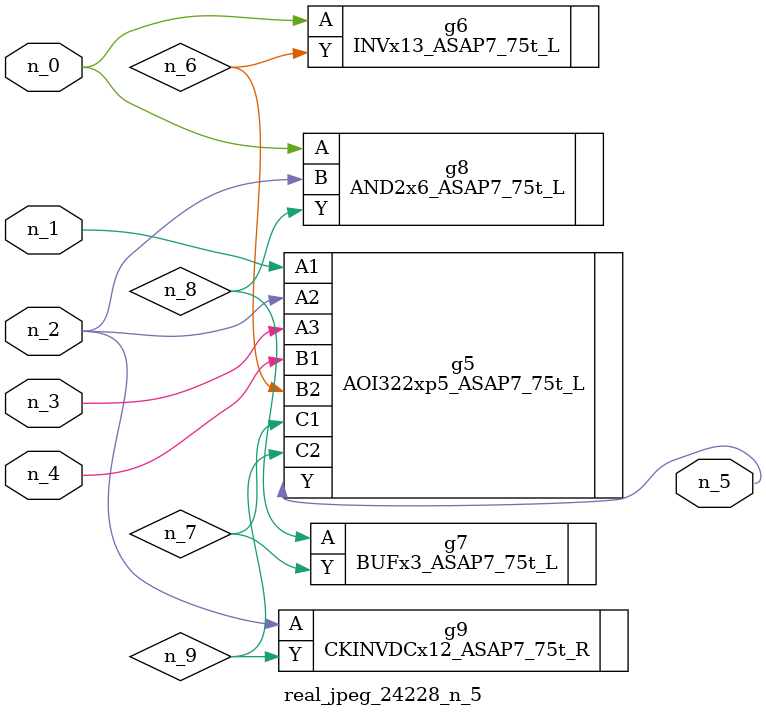
<source format=v>
module real_jpeg_24228_n_5 (n_4, n_0, n_1, n_2, n_3, n_5);

input n_4;
input n_0;
input n_1;
input n_2;
input n_3;

output n_5;

wire n_8;
wire n_6;
wire n_7;
wire n_9;

INVx13_ASAP7_75t_L g6 ( 
.A(n_0),
.Y(n_6)
);

AND2x6_ASAP7_75t_L g8 ( 
.A(n_0),
.B(n_2),
.Y(n_8)
);

AOI322xp5_ASAP7_75t_L g5 ( 
.A1(n_1),
.A2(n_2),
.A3(n_3),
.B1(n_4),
.B2(n_6),
.C1(n_7),
.C2(n_9),
.Y(n_5)
);

CKINVDCx12_ASAP7_75t_R g9 ( 
.A(n_2),
.Y(n_9)
);

BUFx3_ASAP7_75t_L g7 ( 
.A(n_8),
.Y(n_7)
);


endmodule
</source>
